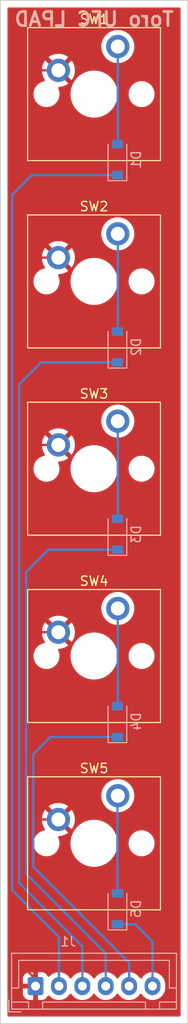
<source format=kicad_pcb>
(kicad_pcb (version 20211014) (generator pcbnew)
  (layers (0 "F.Cu" signal) (31 "B.Cu" signal) (34 "B.Paste" user) (35 "F.Paste" user) (36 "B.SilkS" user "B.Silkscreen") (37 "F.SilkS" user "F.Silkscreen") (38 "B.Mask" user) (39 "F.Mask" user) (44 "Edge.Cuts" user))
  (net 0 "")
  (net 1 "Net-(SW1-Pad2)")
  (net 2 "/ROW1")
  (net 3 "Net-(SW2-Pad2)")
  (net 4 "/ROW2")
  (net 5 "Net-(SW3-Pad2)")
  (net 6 "/ROW3")
  (net 7 "Net-(SW4-Pad2)")
  (net 8 "/ROW4")
  (net 9 "/ROW5")
  (net 10 "/COL4")
  (net 11 "Net-(SW5-Pad2)")
  (footprint "Switch_Keyboard_Cherry_MX:SW_Cherry_MX_PCB_1.00u" (layer "F.Cu") (at 150 100)
    (fp_text reference "SW4" (at 0 -8) (layer "F.SilkS"))
    (fp_text value "SW_Push")
    (fp_line (start 7.1 7.1) (end 7.1 -7.1) (layer "F.SilkS") (width 0.12))
    (fp_line (start 7.1 -7.1) (end -7.1 -7.1) (layer "F.SilkS") (width 0.12))
    (fp_line (start -7.1 -7.1) (end -7.1 7.1) (layer "F.SilkS") (width 0.12))
    (fp_line (start -7.1 7.1) (end 7.1 7.1) (layer "F.SilkS") (width 0.12))
    (pad "" np_thru_hole circle locked (at -5.08 0) (size 1.75 1.75) (drill 1.75) (layers *.Cu *.Mask))
    (pad "" np_thru_hole circle locked (at 0 0) (size 4 4) (drill 4) (layers *.Cu *.Mask))
    (pad "" np_thru_hole circle locked (at 5.08 0) (size 1.75 1.75) (drill 1.75) (layers *.Cu *.Mask))
    (pad "1" thru_hole circle locked (at -3.81 -2.54) (size 2.5 2.5) (drill 1.5) (layers *.Cu "B.Mask") (net 10 "/COL4"))
    (pad "2" thru_hole circle locked (at 2.54 -5.08) (size 2.5 2.5) (drill 1.5) (layers *.Cu "B.Mask") (net 7 "Net-(SW4-Pad2)"))
  )
  (footprint "Switch_Keyboard_Cherry_MX:SW_Cherry_MX_PCB_1.00u" (layer "F.Cu") (at 150 60)
    (fp_text reference "SW2" (at 0 -8) (layer "F.SilkS"))
    (fp_text value "SW_Push")
    (fp_line (start 7.1 7.1) (end 7.1 -7.1) (layer "F.SilkS") (width 0.12))
    (fp_line (start 7.1 -7.1) (end -7.1 -7.1) (layer "F.SilkS") (width 0.12))
    (fp_line (start -7.1 -7.1) (end -7.1 7.1) (layer "F.SilkS") (width 0.12))
    (fp_line (start -7.1 7.1) (end 7.1 7.1) (layer "F.SilkS") (width 0.12))
    (pad "" np_thru_hole circle locked (at -5.08 0) (size 1.75 1.75) (drill 1.75) (layers *.Cu *.Mask))
    (pad "" np_thru_hole circle locked (at 0 0) (size 4 4) (drill 4) (layers *.Cu *.Mask))
    (pad "" np_thru_hole circle locked (at 5.08 0) (size 1.75 1.75) (drill 1.75) (layers *.Cu *.Mask))
    (pad "1" thru_hole circle locked (at -3.81 -2.54) (size 2.5 2.5) (drill 1.5) (layers *.Cu "B.Mask") (net 10 "/COL4"))
    (pad "2" thru_hole circle locked (at 2.54 -5.08) (size 2.5 2.5) (drill 1.5) (layers *.Cu "B.Mask") (net 3 "Net-(SW2-Pad2)"))
  )
  (footprint "Switch_Keyboard_Cherry_MX:SW_Cherry_MX_PCB_1.00u" (layer "F.Cu") (at 150 120)
    (fp_text reference "SW5" (at 0 -8) (layer "F.SilkS"))
    (fp_text value "SW_Push")
    (fp_line (start 7.1 7.1) (end 7.1 -7.1) (layer "F.SilkS") (width 0.12))
    (fp_line (start 7.1 -7.1) (end -7.1 -7.1) (layer "F.SilkS") (width 0.12))
    (fp_line (start -7.1 7.1) (end 7.1 7.1) (layer "F.SilkS") (width 0.12))
    (fp_line (start -7.1 -7.1) (end -7.1 7.1) (layer "F.SilkS") (width 0.12))
    (pad "" np_thru_hole circle locked (at -5.08 0) (size 1.75 1.75) (drill 1.75) (layers *.Cu *.Mask))
    (pad "" np_thru_hole circle locked (at 5.08 0) (size 1.75 1.75) (drill 1.75) (layers *.Cu *.Mask))
    (pad "" np_thru_hole circle locked (at 0 0) (size 4 4) (drill 4) (layers *.Cu *.Mask))
    (pad "1" thru_hole circle locked (at -3.81 -2.54) (size 2.5 2.5) (drill 1.5) (layers *.Cu "B.Mask") (net 10 "/COL4"))
    (pad "2" thru_hole circle locked (at 2.54 -5.08) (size 2.5 2.5) (drill 1.5) (layers *.Cu "B.Mask") (net 11 "Net-(SW5-Pad2)"))
  )
  (footprint "Switch_Keyboard_Cherry_MX:SW_Cherry_MX_PCB_1.00u" (layer "F.Cu") (at 150 40)
    (fp_text reference "SW1" (at 0 -8) (layer "F.SilkS"))
    (fp_text value "SW_Push")
    (fp_line (start 7.1 7.1) (end 7.1 -7.1) (layer "F.SilkS") (width 0.12))
    (fp_line (start -7.1 7.1) (end 7.1 7.1) (layer "F.SilkS") (width 0.12))
    (fp_line (start 7.1 -7.1) (end -7.1 -7.1) (layer "F.SilkS") (width 0.12))
    (fp_line (start -7.1 -7.1) (end -7.1 7.1) (layer "F.SilkS") (width 0.12))
    (pad "" np_thru_hole circle locked (at -5.08 0) (size 1.75 1.75) (drill 1.75) (layers *.Cu *.Mask))
    (pad "" np_thru_hole circle locked (at 5.08 0) (size 1.75 1.75) (drill 1.75) (layers *.Cu *.Mask))
    (pad "" np_thru_hole circle locked (at 0 0) (size 4 4) (drill 4) (layers *.Cu *.Mask))
    (pad "1" thru_hole circle locked (at -3.81 -2.54) (size 2.5 2.5) (drill 1.5) (layers *.Cu "B.Mask") (net 10 "/COL4"))
    (pad "2" thru_hole circle locked (at 2.54 -5.08) (size 2.5 2.5) (drill 1.5) (layers *.Cu "B.Mask") (net 1 "Net-(SW1-Pad2)"))
  )
  (footprint "Switch_Keyboard_Cherry_MX:SW_Cherry_MX_PCB_1.00u" (layer "F.Cu") (at 150 80)
    (fp_text reference "SW3" (at 0 -8) (layer "F.SilkS"))
    (fp_text value "SW_Push")
    (fp_line (start -7.1 7.1) (end 7.1 7.1) (layer "F.SilkS") (width 0.12))
    (fp_line (start -7.1 -7.1) (end -7.1 7.1) (layer "F.SilkS") (width 0.12))
    (fp_line (start 7.1 7.1) (end 7.1 -7.1) (layer "F.SilkS") (width 0.12))
    (fp_line (start 7.1 -7.1) (end -7.1 -7.1) (layer "F.SilkS") (width 0.12))
    (pad "" np_thru_hole circle locked (at 0 0) (size 4 4) (drill 4) (layers *.Cu *.Mask))
    (pad "" np_thru_hole circle locked (at -5.08 0) (size 1.75 1.75) (drill 1.75) (layers *.Cu *.Mask))
    (pad "" np_thru_hole circle locked (at 5.08 0) (size 1.75 1.75) (drill 1.75) (layers *.Cu *.Mask))
    (pad "1" thru_hole circle locked (at -3.81 -2.54) (size 2.5 2.5) (drill 1.5) (layers *.Cu "B.Mask") (net 10 "/COL4"))
    (pad "2" thru_hole circle locked (at 2.54 -5.08) (size 2.5 2.5) (drill 1.5) (layers *.Cu "B.Mask") (net 5 "Net-(SW3-Pad2)"))
  )
  (footprint "Diode_SMD:D_SOD-123" (layer "B.Cu") (at 152.5 127 90)
    (fp_text reference "D5" (at 0 2 90) (layer "B.SilkS") (effects (justify mirror)))
    (fp_text value "1N4148W")
    (fp_line (start -2.25 1) (end -2.25 -1) (layer "B.SilkS") (width 0.12))
    (fp_line (start -2.25 -1) (end 1.65 -1) (layer "B.SilkS") (width 0.12))
    (fp_line (start -2.25 1) (end 1.65 1) (layer "B.SilkS") (width 0.12))
    (pad "1" smd rect (at -1.65 0 90) (size 0.9 1.2) (layers "B.Cu" "B.Paste" "B.Mask") (net 9 "/ROW5"))
    (pad "2" smd rect (at 1.65 0 90) (size 0.9 1.2) (layers "B.Cu" "B.Paste" "B.Mask") (net 11 "Net-(SW5-Pad2)"))
  )
  (footprint "Connector_JST:JST_XH_B6B-XH-A_1x06_P2.50mm_Vertical" (layer "B.Cu") (at 143.75 135.25)
    (fp_text reference "J1" (at 3.5 -4.75) (layer "B.SilkS") (effects (justify mirror)))
    (fp_text value "Conn_01x06_Male")
    (fp_line (start -2.56 2.46) (end -2.56 -3.51) (layer "B.SilkS") (width 0.12))
    (fp_line (start -1.8 0.2) (end -1.8 -2.75) (layer "B.SilkS") (width 0.12))
    (fp_line (start -0.75 1.7) (end -0.75 2.45) (layer "B.SilkS") (width 0.12))
    (fp_line (start -2.56 -3.51) (end 15.06 -3.51) (layer "B.SilkS") (width 0.12))
    (fp_line (start 13.25 2.45) (end 13.25 1.7) (layer "B.SilkS") (width 0.12))
    (fp_line (start -2.55 2.45) (end -2.55 1.7) (layer "B.SilkS") (width 0.12))
    (fp_line (start -2.55 0.2) (end -1.8 0.2) (layer "B.SilkS") (width 0.12))
    (fp_line (start -0.75 2.45) (end -2.55 2.45) (layer "B.SilkS") (width 0.12))
    (fp_line (start 0.75 1.7) (end 11.75 1.7) (layer "B.SilkS") (width 0.12))
    (fp_line (start 14.3 0.2) (end 14.3 -2.75) (layer "B.SilkS") (width 0.12))
    (fp_line (start -1.6 2.75) (end -2.85 2.75) (layer "B.SilkS") (width 0.12))
    (fp_line (start 15.06 -3.51) (end 15.06 2.46) (layer "B.SilkS") (width 0.12))
    (fp_line (start -1.8 -2.75) (end 6.25 -2.75) (layer "B.SilkS") (width 0.12))
    (fp_line (start -2.85 2.75) (end -2.85 1.5) (layer "B.SilkS") (width 0.12))
    (fp_line (start 11.75 2.45) (end 0.75 2.45) (layer "B.SilkS") (width 0.12))
    (fp_line (start 15.06 2.46) (end -2.56 2.46) (layer "B.SilkS") (width 0.12))
    (fp_line (start 15.05 1.7) (end 15.05 2.45) (layer "B.SilkS") (width 0.12))
    (fp_line (start 15.05 2.45) (end 13.25 2.45) (layer "B.SilkS") (width 0.12))
    (fp_line (start 15.05 0.2) (end 14.3 0.2) (layer "B.SilkS") (width 0.12))
    (fp_line (start 14.3 -2.75) (end 6.25 -2.75) (layer "B.SilkS") (width 0.12))
    (fp_line (start 0.75 2.45) (end 0.75 1.7) (layer "B.SilkS") (width 0.12))
    (fp_line (start 13.25 1.7) (end 15.05 1.7) (layer "B.SilkS") (width 0.12))
    (fp_line (start 11.75 1.7) (end 11.75 2.45) (layer "B.SilkS") (width 0.12))
    (fp_line (start -2.55 1.7) (end -0.75 1.7) (layer "B.SilkS") (width 0.12))
    (pad "1" thru_hole roundrect (at 0 0) (size 1.7 1.95) (drill 0.95) (layers *.Cu *.Mask) (roundrect_rratio 0.147059) (net 10 "/COL4"))
    (pad "2" thru_hole oval (at 2.5 0) (size 1.7 1.95) (drill 0.95) (layers *.Cu *.Mask) (net 2 "/ROW1"))
    (pad "3" thru_hole oval (at 5 0) (size 1.7 1.95) (drill 0.95) (layers *.Cu *.Mask) (net 4 "/ROW2"))
    (pad "4" thru_hole oval (at 7.5 0) (size 1.7 1.95) (drill 0.95) (layers *.Cu *.Mask) (net 6 "/ROW3"))
    (pad "5" thru_hole oval (at 10 0) (size 1.7 1.95) (drill 0.95) (layers *.Cu *.Mask) (net 8 "/ROW4"))
    (pad "6" thru_hole oval (at 12.5 0) (size 1.7 1.95) (drill 0.95) (layers *.Cu *.Mask) (net 9 "/ROW5"))
  )
  (footprint "Diode_SMD:D_SOD-123" (layer "B.Cu") (at 152.5 47 90)
    (fp_text reference "D1" (at 0 2 90) (layer "B.SilkS") (effects (justify mirror)))
    (fp_text value "1N4148W")
    (fp_line (start -2.25 1) (end -2.25 -1) (layer "B.SilkS") (width 0.12))
    (fp_line (start -2.25 1) (end 1.65 1) (layer "B.SilkS") (width 0.12))
    (fp_line (start -2.25 -1) (end 1.65 -1) (layer "B.SilkS") (width 0.12))
    (pad "1" smd rect (at -1.65 0 90) (size 0.9 1.2) (layers "B.Cu" "B.Paste" "B.Mask") (net 2 "/ROW1"))
    (pad "2" smd rect (at 1.65 0 90) (size 0.9 1.2) (layers "B.Cu" "B.Paste" "B.Mask") (net 1 "Net-(SW1-Pad2)"))
  )
  (footprint "Diode_SMD:D_SOD-123" (layer "B.Cu") (at 152.5 87 90)
    (fp_text reference "D3" (at 0 2 90) (layer "B.SilkS") (effects (justify mirror)))
    (fp_text value "1N4148W")
    (fp_line (start -2.25 1) (end -2.25 -1) (layer "B.SilkS") (width 0.12))
    (fp_line (start -2.25 -1) (end 1.65 -1) (layer "B.SilkS") (width 0.12))
    (fp_line (start -2.25 1) (end 1.65 1) (layer "B.SilkS") (width 0.12))
    (pad "1" smd rect (at -1.65 0 90) (size 0.9 1.2) (layers "B.Cu" "B.Paste" "B.Mask") (net 6 "/ROW3"))
    (pad "2" smd rect (at 1.65 0 90) (size 0.9 1.2) (layers "B.Cu" "B.Paste" "B.Mask") (net 5 "Net-(SW3-Pad2)"))
  )
  (footprint "Diode_SMD:D_SOD-123" (layer "B.Cu") (at 152.5 107 90)
    (fp_text reference "D4" (at 0 2 90) (layer "B.SilkS") (effects (justify mirror)))
    (fp_text value "1N4148W")
    (fp_line (start -2.25 1) (end 1.65 1) (layer "B.SilkS") (width 0.12))
    (fp_line (start -2.25 1) (end -2.25 -1) (layer "B.SilkS") (width 0.12))
    (fp_line (start -2.25 -1) (end 1.65 -1) (layer "B.SilkS") (width 0.12))
    (pad "1" smd rect (at -1.65 0 90) (size 0.9 1.2) (layers "B.Cu" "B.Paste" "B.Mask") (net 8 "/ROW4"))
    (pad "2" smd rect (at 1.65 0 90) (size 0.9 1.2) (layers "B.Cu" "B.Paste" "B.Mask") (net 7 "Net-(SW4-Pad2)"))
  )
  (footprint "Diode_SMD:D_SOD-123" (layer "B.Cu") (at 152.5 67 90)
    (fp_text reference "D2" (at 0 2 90) (layer "B.SilkS") (effects (justify mirror)))
    (fp_text value "1N4148W")
    (fp_line (start -2.25 1) (end -2.25 -1) (layer "B.SilkS") (width 0.12))
    (fp_line (start -2.25 -1) (end 1.65 -1) (layer "B.SilkS") (width 0.12))
    (fp_line (start -2.25 1) (end 1.65 1) (layer "B.SilkS") (width 0.12))
    (pad "1" smd rect (at -1.65 0 90) (size 0.9 1.2) (layers "B.Cu" "B.Paste" "B.Mask") (net 4 "/ROW2"))
    (pad "2" smd rect (at 1.65 0 90) (size 0.9 1.2) (layers "B.Cu" "B.Paste" "B.Mask") (net 3 "Net-(SW2-Pad2)"))
  )
  (gr_rect (start 140 30) (end 160 139.25) (layer "Edge.Cuts") (width 0.1) (fill none))
  (gr_text "Toro UFC LPAD" (at 150 32) (layer "B.SilkS") (effects (font (size 1.5 1.5) (thickness 0.3)) (justify mirror)))
  (segment (start 152.54 45.31) (end 152.5 45.35) (width 0.25) (layer "B.Cu") (net 1))
  (segment (start 152.54 34.92) (end 152.54 45.31) (width 0.25) (layer "B.Cu") (net 1))
  (segment (start 143.35 48.65) (end 152.5 48.65) (width 0.25) (layer "B.Cu") (net 2))
  (segment (start 146.25 130) (end 141.25 125) (width 0.25) (layer "B.Cu") (net 2))
  (segment (start 141.25 50.75) (end 143.35 48.65) (width 0.25) (layer "B.Cu") (net 2))
  (segment (start 146.25 135.25) (end 146.25 130) (width 0.25) (layer "B.Cu") (net 2))
  (segment (start 141.25 125) (end 141.25 50.75) (width 0.25) (layer "B.Cu") (net 2))
  (segment (start 152.54 65.31) (end 152.5 65.35) (width 0.25) (layer "B.Cu") (net 3))
  (segment (start 152.54 54.92) (end 152.54 65.31) (width 0.25) (layer "B.Cu") (net 3))
  (segment (start 144.35 68.65) (end 152.5 68.65) (width 0.25) (layer "B.Cu") (net 4))
  (segment (start 142 124.25) (end 142 71) (width 0.25) (layer "B.Cu") (net 4))
  (segment (start 148.75 131) (end 142 124.25) (width 0.25) (layer "B.Cu") (net 4))
  (segment (start 148.75 135.25) (end 148.75 131) (width 0.25) (layer "B.Cu") (net 4))
  (segment (start 142 71) (end 144.35 68.65) (width 0.25) (layer "B.Cu") (net 4))
  (segment (start 152.54 74.92) (end 152.54 85.31) (width 0.25) (layer "B.Cu") (net 5))
  (segment (start 152.54 85.31) (end 152.5 85.35) (width 0.25) (layer "B.Cu") (net 5))
  (segment (start 145.1 88.65) (end 152.5 88.65) (width 0.25) (layer "B.Cu") (net 6))
  (segment (start 151.25 135.25) (end 151.25 131.75) (width 0.25) (layer "B.Cu") (net 6))
  (segment (start 142.75 91) (end 145.1 88.65) (width 0.25) (layer "B.Cu") (net 6))
  (segment (start 151.25 131.75) (end 142.75 123.25) (width 0.25) (layer "B.Cu") (net 6))
  (segment (start 142.75 123.25) (end 142.75 91) (width 0.25) (layer "B.Cu") (net 6))
  (segment (start 152.54 105.31) (end 152.5 105.35) (width 0.25) (layer "B.Cu") (net 7))
  (segment (start 152.54 94.92) (end 152.54 105.31) (width 0.25) (layer "B.Cu") (net 7))
  (segment (start 143.5 110.5) (end 145.35 108.65) (width 0.25) (layer "B.Cu") (net 8))
  (segment (start 143.5 122.5) (end 143.5 110.5) (width 0.25) (layer "B.Cu") (net 8))
  (segment (start 153.75 132.75) (end 143.5 122.5) (width 0.25) (layer "B.Cu") (net 8))
  (segment (start 153.75 135.25) (end 153.75 132.75) (width 0.25) (layer "B.Cu") (net 8))
  (segment (start 145.35 108.65) (end 152.5 108.65) (width 0.25) (layer "B.Cu") (net 8))
  (segment (start 154.4 128.65) (end 152.5 128.65) (width 0.25) (layer "B.Cu") (net 9))
  (segment (start 156.25 130.5) (end 154.4 128.65) (width 0.25) (layer "B.Cu") (net 9))
  (segment (start 156.25 135.25) (end 156.25 130.5) (width 0.25) (layer "B.Cu") (net 9))
  (segment (start 142.75 57.5) (end 142.75 38) (width 0.25) (layer "F.Cu") (net 10))
  (segment (start 146.19 97.46) (end 142.79 97.46) (width 0.25) (layer "F.Cu") (net 10))
  (segment (start 142.79 97.46) (end 142.75 97.5) (width 0.25) (layer "F.Cu") (net 10))
  (segment (start 142.75 117.5) (end 142.75 97.5) (width 0.25) (layer "F.Cu") (net 10))
  (segment (start 142.75 133.5) (end 142.75 117.5) (width 0.25) (layer "F.Cu") (net 10))
  (segment (start 142.79 57.46) (end 142.75 57.5) (width 0.25) (layer "F.Cu") (net 10))
  (segment (start 146.19 77.46) (end 142.79 77.46) (width 0.25) (layer "F.Cu") (net 10))
  (segment (start 143.75 135.25) (end 143.75 134.5) (width 0.25) (layer "F.Cu") (net 10))
  (segment (start 146.19 57.46) (end 142.79 57.46) (width 0.25) (layer "F.Cu") (net 10))
  (segment (start 142.75 97.5) (end 142.75 77.5) (width 0.25) (layer "F.Cu") (net 10))
  (segment (start 142.75 77.5) (end 142.75 57.5) (width 0.25) (layer "F.Cu") (net 10))
  (segment (start 146.19 117.46) (end 142.79 117.46) (width 0.25) (layer "F.Cu") (net 10))
  (segment (start 142.75 38) (end 143.29 37.46) (width 0.25) (layer "F.Cu") (net 10))
  (segment (start 142.79 77.46) (end 142.75 77.5) (width 0.25) (layer "F.Cu") (net 10))
  (segment (start 142.79 117.46) (end 142.75 117.5) (width 0.25) (layer "F.Cu") (net 10))
  (segment (start 143.29 37.46) (end 146.19 37.46) (width 0.25) (layer "F.Cu") (net 10))
  (segment (start 143.75 134.5) (end 142.75 133.5) (width 0.25) (layer "F.Cu") (net 10))
  (segment (start 152.5 125.35) (end 152.5 114.96) (width 0.25) (layer "B.Cu") (net 11))
  (segment (start 152.5 114.96) (end 152.54 114.92) (width 0.25) (layer "B.Cu") (net 11))
  (zone (net 10) (net_name "/COL4") (layer "F.Cu") (connect_pads (clearance 0.508)) (min_thickness 0.254) (fill yes (thermal_gap 0.508) (thermal_bridge_width 0.508))
    (polygon (pts (xy 159.25 138.5) (xy 140.75 138.5) (xy 140.75 30.75) (xy 159.25 30.75)))
  )
)
</source>
